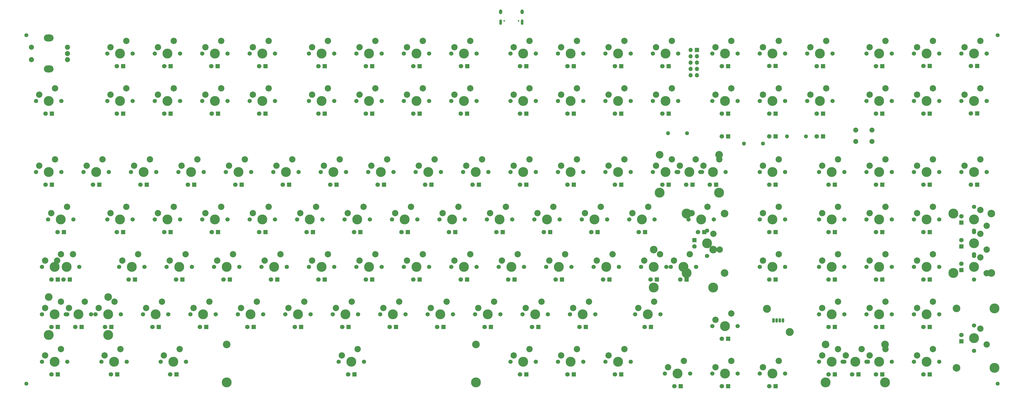
<source format=gbr>
G04 #@! TF.GenerationSoftware,KiCad,Pcbnew,(5.99.0-2555-g9cc6a77cc-dirty)*
G04 #@! TF.CreationDate,2020-08-06T21:59:34-04:00*
G04 #@! TF.ProjectId,Boston-keyboard-S,426f7374-6f6e-42d6-9b65-79626f617264,rev?*
G04 #@! TF.SameCoordinates,Original*
G04 #@! TF.FileFunction,Soldermask,Top*
G04 #@! TF.FilePolarity,Negative*
%FSLAX46Y46*%
G04 Gerber Fmt 4.6, Leading zero omitted, Abs format (unit mm)*
G04 Created by KiCad (PCBNEW (5.99.0-2555-g9cc6a77cc-dirty)) date 2020-08-06 21:59:34*
%MOMM*%
%LPD*%
G01*
G04 APERTURE LIST*
%ADD10O,1.070000X1.800000*%
%ADD11R,1.070000X1.800000*%
%ADD12C,1.596000*%
%ADD13C,1.800000*%
%ADD14R,1.800000X1.800000*%
%ADD15C,2.540000*%
%ADD16C,1.701800*%
%ADD17C,3.987800*%
%ADD18O,1.100000X2.200000*%
%ADD19O,1.300000X1.900000*%
%ADD20C,0.650000*%
%ADD21C,3.200000*%
%ADD22O,1.700000X1.700000*%
%ADD23R,1.700000X1.700000*%
%ADD24O,3.900000X2.799999*%
%ADD25C,2.032000*%
%ADD26C,3.048000*%
%ADD27C,2.000000*%
%ADD28C,1.600000*%
%ADD29O,1.600000X1.600000*%
G04 APERTURE END LIST*
D10*
X294799000Y-59600000D03*
X293529000Y-59600000D03*
X292259000Y-59600000D03*
D11*
X290989000Y-59600000D03*
D12*
X381000000Y-85000000D03*
X381000000Y55000000D03*
X-9000000Y-85000000D03*
X-9000000Y55000000D03*
D13*
X255905000Y-5080000D03*
D14*
X258445000Y-5080000D03*
D13*
X246375000Y-5062500D03*
D14*
X248915000Y-5062500D03*
D13*
X265430000Y-5080000D03*
D14*
X267970000Y-5080000D03*
D15*
X224790000Y2540000D03*
X231140000Y5080000D03*
D16*
X233680000Y0D03*
X223520000Y0D03*
D17*
X228600000Y0D03*
D15*
X243840000Y2540000D03*
X250190000Y5080000D03*
D16*
X252730000Y0D03*
X242570000Y0D03*
D17*
X247650000Y0D03*
D15*
X262890000Y2540000D03*
X269240000Y5080000D03*
D16*
X271780000Y0D03*
X261620000Y0D03*
D17*
X266700000Y0D03*
D18*
X190037000Y60200000D03*
D19*
X190037000Y64400000D03*
D20*
X188627000Y60751000D03*
X182847000Y60751000D03*
D19*
X181437000Y64400000D03*
D18*
X181437000Y60200000D03*
D21*
X297464000Y-64288000D03*
X288324000Y-54913000D03*
D22*
X257710000Y38840000D03*
X260250000Y38840000D03*
X257710000Y41380000D03*
X260250000Y41380000D03*
X257710000Y43920000D03*
X260250000Y43920000D03*
X257710000Y46460000D03*
X260250000Y46460000D03*
X257710000Y49000000D03*
D23*
X260250000Y49000000D03*
D24*
X0Y53875000D03*
X0Y41375000D03*
D25*
X-7000000Y50125000D03*
X-7000000Y45125000D03*
X7500000Y47625000D03*
X7500000Y45125000D03*
X7500000Y50125000D03*
D15*
X67627500Y-35560000D03*
X73977500Y-33020000D03*
D16*
X76517500Y-38100000D03*
X66357500Y-38100000D03*
D17*
X71437500Y-38100000D03*
X38100000Y0D03*
D16*
X33020000Y0D03*
X43180000Y0D03*
D15*
X40640000Y5080000D03*
X34290000Y2540000D03*
X-3810000Y31115000D03*
X2540000Y33655000D03*
D16*
X5080000Y28575000D03*
X-5080000Y28575000D03*
D17*
X0Y28575000D03*
X0Y0D03*
D16*
X-5080000Y0D03*
X5080000Y0D03*
D15*
X2540000Y5080000D03*
X-3810000Y2540000D03*
D17*
X4762500Y-19050000D03*
D15*
X952500Y-16510000D03*
X7302500Y-13970000D03*
D16*
X-317500Y-19050000D03*
X9842500Y-19050000D03*
D17*
X2381250Y-57150000D03*
D15*
X-1428750Y-54610000D03*
X4921250Y-52070000D03*
D16*
X-2698750Y-57150000D03*
X7461250Y-57150000D03*
X7461250Y-76200000D03*
X-2698750Y-76200000D03*
D15*
X4921250Y-71120000D03*
X-1428750Y-73660000D03*
D17*
X2381250Y-76200000D03*
X23844250Y-65405000D03*
X-31750Y-65405000D03*
D26*
X-31750Y-50165000D03*
X23844250Y-50165000D03*
D16*
X16986250Y-57150000D03*
X6826250Y-57150000D03*
D15*
X14446250Y-52070000D03*
X8096250Y-54610000D03*
D17*
X11906250Y-57150000D03*
X28575000Y28575000D03*
D16*
X23495000Y28575000D03*
X33655000Y28575000D03*
D15*
X31115000Y33655000D03*
X24765000Y31115000D03*
D17*
X19050000Y0D03*
D16*
X13970000Y0D03*
X24130000Y0D03*
D15*
X21590000Y5080000D03*
X15240000Y2540000D03*
D17*
X28575000Y-19050000D03*
D16*
X23495000Y-19050000D03*
X33655000Y-19050000D03*
D15*
X31115000Y-13970000D03*
X24765000Y-16510000D03*
X29527500Y-35560000D03*
X35877500Y-33020000D03*
D16*
X38417500Y-38100000D03*
X28257500Y-38100000D03*
D17*
X33337500Y-38100000D03*
X23812500Y-57150000D03*
D16*
X18732500Y-57150000D03*
X28892500Y-57150000D03*
D15*
X26352500Y-52070000D03*
X20002500Y-54610000D03*
D17*
X26193750Y-76200000D03*
D15*
X22383750Y-73660000D03*
X28733750Y-71120000D03*
D16*
X21113750Y-76200000D03*
X31273750Y-76200000D03*
D17*
X47625000Y28575000D03*
D16*
X42545000Y28575000D03*
X52705000Y28575000D03*
D15*
X50165000Y33655000D03*
X43815000Y31115000D03*
D17*
X47625000Y-19050000D03*
D16*
X42545000Y-19050000D03*
X52705000Y-19050000D03*
D15*
X50165000Y-13970000D03*
X43815000Y-16510000D03*
X48577500Y-35560000D03*
X54927500Y-33020000D03*
D16*
X57467500Y-38100000D03*
X47307500Y-38100000D03*
D17*
X52387500Y-38100000D03*
D15*
X39052500Y-54610000D03*
X45402500Y-52070000D03*
D16*
X47942500Y-57150000D03*
X37782500Y-57150000D03*
D17*
X42862500Y-57150000D03*
D16*
X55086250Y-76200000D03*
X44926250Y-76200000D03*
D15*
X52546250Y-71120000D03*
X46196250Y-73660000D03*
D17*
X50006250Y-76200000D03*
D15*
X62865000Y31115000D03*
X69215000Y33655000D03*
D16*
X71755000Y28575000D03*
X61595000Y28575000D03*
D17*
X66675000Y28575000D03*
D15*
X53340000Y2540000D03*
X59690000Y5080000D03*
D16*
X62230000Y0D03*
X52070000Y0D03*
D17*
X57150000Y0D03*
D15*
X62865000Y-16510000D03*
X69215000Y-13970000D03*
D16*
X71755000Y-19050000D03*
X61595000Y-19050000D03*
D17*
X66675000Y-19050000D03*
D15*
X58102500Y-54610000D03*
X64452500Y-52070000D03*
D16*
X66992500Y-57150000D03*
X56832500Y-57150000D03*
D17*
X61912500Y-57150000D03*
D15*
X81915000Y31115000D03*
X88265000Y33655000D03*
D16*
X90805000Y28575000D03*
X80645000Y28575000D03*
D17*
X85725000Y28575000D03*
D15*
X72390000Y2540000D03*
X78740000Y5080000D03*
D16*
X81280000Y0D03*
X71120000Y0D03*
D17*
X76200000Y0D03*
D15*
X81915000Y-16510000D03*
X88265000Y-13970000D03*
D16*
X90805000Y-19050000D03*
X80645000Y-19050000D03*
D17*
X85725000Y-19050000D03*
D15*
X86677500Y-35560000D03*
X93027500Y-33020000D03*
D16*
X95567500Y-38100000D03*
X85407500Y-38100000D03*
D17*
X90487500Y-38100000D03*
D15*
X77152500Y-54610000D03*
X83502500Y-52070000D03*
D16*
X86042500Y-57150000D03*
X75882500Y-57150000D03*
D17*
X80962500Y-57150000D03*
D15*
X105727500Y31115000D03*
X112077500Y33655000D03*
D16*
X114617500Y28575000D03*
X104457500Y28575000D03*
D17*
X109537500Y28575000D03*
D15*
X91440000Y2540000D03*
X97790000Y5080000D03*
D16*
X100330000Y0D03*
X90170000Y0D03*
D17*
X95250000Y0D03*
X104775000Y-19050000D03*
D16*
X99695000Y-19050000D03*
X109855000Y-19050000D03*
D15*
X107315000Y-13970000D03*
X100965000Y-16510000D03*
X105727500Y-35560000D03*
X112077500Y-33020000D03*
D16*
X114617500Y-38100000D03*
X104457500Y-38100000D03*
D17*
X109537500Y-38100000D03*
X100012500Y-57150000D03*
D16*
X94932500Y-57150000D03*
X105092500Y-57150000D03*
D15*
X102552500Y-52070000D03*
X96202500Y-54610000D03*
D17*
X121443750Y-76200000D03*
D15*
X117633750Y-73660000D03*
X123983750Y-71120000D03*
D16*
X116363750Y-76200000D03*
X126523750Y-76200000D03*
D26*
X71405750Y-69215000D03*
X171481750Y-69215000D03*
D17*
X171481750Y-84455000D03*
X71405750Y-84455000D03*
X128587500Y28575000D03*
D16*
X123507500Y28575000D03*
X133667500Y28575000D03*
D15*
X131127500Y33655000D03*
X124777500Y31115000D03*
D17*
X114300000Y0D03*
D16*
X109220000Y0D03*
X119380000Y0D03*
D15*
X116840000Y5080000D03*
X110490000Y2540000D03*
D17*
X123825000Y-19050000D03*
D16*
X118745000Y-19050000D03*
X128905000Y-19050000D03*
D15*
X126365000Y-13970000D03*
X120015000Y-16510000D03*
D17*
X128587500Y-38100000D03*
D16*
X123507500Y-38100000D03*
X133667500Y-38100000D03*
D15*
X131127500Y-33020000D03*
X124777500Y-35560000D03*
D17*
X119062500Y-57150000D03*
D16*
X113982500Y-57150000D03*
X124142500Y-57150000D03*
D15*
X121602500Y-52070000D03*
X115252500Y-54610000D03*
X143827500Y31115000D03*
X150177500Y33655000D03*
D16*
X152717500Y28575000D03*
X142557500Y28575000D03*
D17*
X147637500Y28575000D03*
D15*
X129540000Y2540000D03*
X135890000Y5080000D03*
D16*
X138430000Y0D03*
X128270000Y0D03*
D17*
X133350000Y0D03*
D15*
X139065000Y-16510000D03*
X145415000Y-13970000D03*
D16*
X147955000Y-19050000D03*
X137795000Y-19050000D03*
D17*
X142875000Y-19050000D03*
X147637500Y-38100000D03*
D16*
X142557500Y-38100000D03*
X152717500Y-38100000D03*
D15*
X150177500Y-33020000D03*
X143827500Y-35560000D03*
X134302500Y-54610000D03*
X140652500Y-52070000D03*
D16*
X143192500Y-57150000D03*
X133032500Y-57150000D03*
D17*
X138112500Y-57150000D03*
X166687500Y28575000D03*
D16*
X161607500Y28575000D03*
X171767500Y28575000D03*
D15*
X169227500Y33655000D03*
X162877500Y31115000D03*
D17*
X152400000Y0D03*
D16*
X147320000Y0D03*
X157480000Y0D03*
D15*
X154940000Y5080000D03*
X148590000Y2540000D03*
D17*
X161925000Y-19050000D03*
D16*
X156845000Y-19050000D03*
X167005000Y-19050000D03*
D15*
X164465000Y-13970000D03*
X158115000Y-16510000D03*
D17*
X166687500Y-38100000D03*
D16*
X161607500Y-38100000D03*
X171767500Y-38100000D03*
D15*
X169227500Y-33020000D03*
X162877500Y-35560000D03*
D17*
X157162500Y-57150000D03*
D16*
X152082500Y-57150000D03*
X162242500Y-57150000D03*
D15*
X159702500Y-52070000D03*
X153352500Y-54610000D03*
D17*
X190500000Y28575000D03*
D16*
X185420000Y28575000D03*
X195580000Y28575000D03*
D15*
X193040000Y33655000D03*
X186690000Y31115000D03*
X167640000Y2540000D03*
X173990000Y5080000D03*
D16*
X176530000Y0D03*
X166370000Y0D03*
D17*
X171450000Y0D03*
D15*
X177165000Y-16510000D03*
X183515000Y-13970000D03*
D16*
X186055000Y-19050000D03*
X175895000Y-19050000D03*
D17*
X180975000Y-19050000D03*
D15*
X181927500Y-35560000D03*
X188277500Y-33020000D03*
D16*
X190817500Y-38100000D03*
X180657500Y-38100000D03*
D17*
X185737500Y-38100000D03*
D15*
X172402500Y-54610000D03*
X178752500Y-52070000D03*
D16*
X181292500Y-57150000D03*
X171132500Y-57150000D03*
D17*
X176212500Y-57150000D03*
D15*
X186690000Y-73660000D03*
X193040000Y-71120000D03*
D16*
X195580000Y-76200000D03*
X185420000Y-76200000D03*
D17*
X190500000Y-76200000D03*
X209550000Y28575000D03*
D16*
X204470000Y28575000D03*
X214630000Y28575000D03*
D15*
X212090000Y33655000D03*
X205740000Y31115000D03*
X186690000Y2540000D03*
X193040000Y5080000D03*
D16*
X195580000Y0D03*
X185420000Y0D03*
D17*
X190500000Y0D03*
X200025000Y-19050000D03*
D16*
X194945000Y-19050000D03*
X205105000Y-19050000D03*
D15*
X202565000Y-13970000D03*
X196215000Y-16510000D03*
X200977500Y-35560000D03*
X207327500Y-33020000D03*
D16*
X209867500Y-38100000D03*
X199707500Y-38100000D03*
D17*
X204787500Y-38100000D03*
D15*
X191452500Y-54610000D03*
X197802500Y-52070000D03*
D16*
X200342500Y-57150000D03*
X190182500Y-57150000D03*
D17*
X195262500Y-57150000D03*
D15*
X205740000Y-73660000D03*
X212090000Y-71120000D03*
D16*
X214630000Y-76200000D03*
X204470000Y-76200000D03*
D17*
X209550000Y-76200000D03*
X228600000Y28575000D03*
D16*
X223520000Y28575000D03*
X233680000Y28575000D03*
D15*
X231140000Y33655000D03*
X224790000Y31115000D03*
D17*
X209550000Y0D03*
D16*
X204470000Y0D03*
X214630000Y0D03*
D15*
X212090000Y5080000D03*
X205740000Y2540000D03*
D17*
X219075000Y-19050000D03*
D16*
X213995000Y-19050000D03*
X224155000Y-19050000D03*
D15*
X221615000Y-13970000D03*
X215265000Y-16510000D03*
D17*
X223837500Y-38100000D03*
D16*
X218757500Y-38100000D03*
X228917500Y-38100000D03*
D15*
X226377500Y-33020000D03*
X220027500Y-35560000D03*
X210502500Y-54610000D03*
X216852500Y-52070000D03*
D16*
X219392500Y-57150000D03*
X209232500Y-57150000D03*
D17*
X214312500Y-57150000D03*
D15*
X224790000Y-73660000D03*
X231140000Y-71120000D03*
D16*
X233680000Y-76200000D03*
X223520000Y-76200000D03*
D17*
X228600000Y-76200000D03*
D15*
X243840000Y31115000D03*
X250190000Y33655000D03*
D16*
X252730000Y28575000D03*
X242570000Y28575000D03*
D17*
X247650000Y28575000D03*
X238125000Y-19050000D03*
D16*
X233045000Y-19050000D03*
X243205000Y-19050000D03*
D15*
X240665000Y-13970000D03*
X234315000Y-16510000D03*
D17*
X254793964Y-38100000D03*
D15*
X250983964Y-35560000D03*
X257333964Y-33020000D03*
D16*
X249713964Y-38100000D03*
X259873964Y-38100000D03*
D26*
X266731964Y-31115000D03*
X242855964Y-31115000D03*
D17*
X242855964Y-46355000D03*
X266731964Y-46355000D03*
X240506250Y-57150000D03*
D15*
X236696250Y-54610000D03*
X243046250Y-52070000D03*
D16*
X235426250Y-57150000D03*
X245586250Y-57150000D03*
D17*
X242887500Y-38100000D03*
D16*
X237807500Y-38100000D03*
X247967500Y-38100000D03*
D15*
X245427500Y-33020000D03*
X239077500Y-35560000D03*
X248602500Y-78422500D03*
X254952500Y-75882500D03*
D16*
X257492500Y-80962500D03*
X247332500Y-80962500D03*
D17*
X252412500Y-80962500D03*
X269113000Y-8255000D03*
X245237000Y-8255000D03*
D26*
X245237000Y6985000D03*
X269113000Y6985000D03*
D16*
X262255000Y0D03*
X252095000Y0D03*
D15*
X259715000Y5080000D03*
X253365000Y2540000D03*
D17*
X257175000Y0D03*
D16*
X267017500Y-19050000D03*
X256857500Y-19050000D03*
D15*
X264477500Y-13970000D03*
X258127500Y-16510000D03*
D17*
X261937500Y-19050000D03*
X271462500Y-61912500D03*
D16*
X266382500Y-61912500D03*
X276542500Y-61912500D03*
D15*
X274002500Y-56832500D03*
X267652500Y-59372500D03*
X267652500Y-78422500D03*
X274002500Y-75882500D03*
D16*
X276542500Y-80962500D03*
X266382500Y-80962500D03*
D17*
X271462500Y-80962500D03*
X271462500Y47625000D03*
D16*
X266382500Y47625000D03*
X276542500Y47625000D03*
D15*
X274002500Y52705000D03*
X267652500Y50165000D03*
D17*
X271462500Y28575000D03*
D16*
X266382500Y28575000D03*
X276542500Y28575000D03*
D15*
X274002500Y33655000D03*
X267652500Y31115000D03*
D17*
X290512500Y-80962500D03*
D16*
X285432500Y-80962500D03*
X295592500Y-80962500D03*
D15*
X293052500Y-75882500D03*
X286702500Y-78422500D03*
D17*
X290512500Y47625000D03*
D16*
X285432500Y47625000D03*
X295592500Y47625000D03*
D15*
X293052500Y52705000D03*
X286702500Y50165000D03*
D17*
X290512500Y28575000D03*
D16*
X285432500Y28575000D03*
X295592500Y28575000D03*
D15*
X293052500Y33655000D03*
X286702500Y31115000D03*
X286702500Y2540000D03*
X293052500Y5080000D03*
D16*
X295592500Y0D03*
X285432500Y0D03*
D17*
X290512500Y0D03*
D15*
X286702500Y-16510000D03*
X293052500Y-13970000D03*
D16*
X295592500Y-19050000D03*
X285432500Y-19050000D03*
D17*
X290512500Y-19050000D03*
D15*
X286702500Y-35560000D03*
X293052500Y-33020000D03*
D16*
X295592500Y-38100000D03*
X285432500Y-38100000D03*
D17*
X290512500Y-38100000D03*
X309562500Y47625000D03*
D16*
X304482500Y47625000D03*
X314642500Y47625000D03*
D15*
X312102500Y52705000D03*
X305752500Y50165000D03*
X305752500Y31115000D03*
X312102500Y33655000D03*
D16*
X314642500Y28575000D03*
X304482500Y28575000D03*
D17*
X309562500Y28575000D03*
X314325000Y0D03*
D16*
X309245000Y0D03*
X319405000Y0D03*
D15*
X316865000Y5080000D03*
X310515000Y2540000D03*
D17*
X314325000Y-19050000D03*
D16*
X309245000Y-19050000D03*
X319405000Y-19050000D03*
D15*
X316865000Y-13970000D03*
X310515000Y-16510000D03*
D17*
X314325000Y-38100000D03*
D16*
X309245000Y-38100000D03*
X319405000Y-38100000D03*
D15*
X316865000Y-33020000D03*
X310515000Y-35560000D03*
D17*
X314325000Y-57150000D03*
D16*
X309245000Y-57150000D03*
X319405000Y-57150000D03*
D15*
X316865000Y-52070000D03*
X310515000Y-54610000D03*
D17*
X323850000Y-76200000D03*
D15*
X320040000Y-73660000D03*
X326390000Y-71120000D03*
D16*
X318770000Y-76200000D03*
X328930000Y-76200000D03*
D26*
X335788000Y-69215000D03*
X311912000Y-69215000D03*
D17*
X311912000Y-84455000D03*
X335788000Y-84455000D03*
D15*
X310515000Y-73660000D03*
X316865000Y-71120000D03*
D16*
X319405000Y-76200000D03*
X309245000Y-76200000D03*
D17*
X314325000Y-76200000D03*
X333375000Y47625000D03*
D16*
X328295000Y47625000D03*
X338455000Y47625000D03*
D15*
X335915000Y52705000D03*
X329565000Y50165000D03*
D17*
X333375000Y28575000D03*
D16*
X328295000Y28575000D03*
X338455000Y28575000D03*
D15*
X335915000Y33655000D03*
X329565000Y31115000D03*
D17*
X333375000Y0D03*
D16*
X328295000Y0D03*
X338455000Y0D03*
D15*
X335915000Y5080000D03*
X329565000Y2540000D03*
X329565000Y-16510000D03*
X335915000Y-13970000D03*
D16*
X338455000Y-19050000D03*
X328295000Y-19050000D03*
D17*
X333375000Y-19050000D03*
D15*
X329565000Y-35560000D03*
X335915000Y-33020000D03*
D16*
X338455000Y-38100000D03*
X328295000Y-38100000D03*
D17*
X333375000Y-38100000D03*
D15*
X329565000Y-54610000D03*
X335915000Y-52070000D03*
D16*
X338455000Y-57150000D03*
X328295000Y-57150000D03*
D17*
X333375000Y-57150000D03*
D15*
X329565000Y-73660000D03*
X335915000Y-71120000D03*
D16*
X338455000Y-76200000D03*
X328295000Y-76200000D03*
D17*
X333375000Y-76200000D03*
D15*
X348615000Y50165000D03*
X354965000Y52705000D03*
D16*
X357505000Y47625000D03*
X347345000Y47625000D03*
D17*
X352425000Y47625000D03*
D15*
X348615000Y31115000D03*
X354965000Y33655000D03*
D16*
X357505000Y28575000D03*
X347345000Y28575000D03*
D17*
X352425000Y28575000D03*
D15*
X348615000Y2540000D03*
X354965000Y5080000D03*
D16*
X357505000Y0D03*
X347345000Y0D03*
D17*
X352425000Y0D03*
D15*
X348615000Y-16510000D03*
X354965000Y-13970000D03*
D16*
X357505000Y-19050000D03*
X347345000Y-19050000D03*
D17*
X352425000Y-19050000D03*
X352425000Y-38100000D03*
D16*
X347345000Y-38100000D03*
X357505000Y-38100000D03*
D15*
X354965000Y-33020000D03*
X348615000Y-35560000D03*
D17*
X352425000Y-57150000D03*
D16*
X347345000Y-57150000D03*
X357505000Y-57150000D03*
D15*
X354965000Y-52070000D03*
X348615000Y-54610000D03*
D17*
X352425000Y-76200000D03*
D16*
X347345000Y-76200000D03*
X357505000Y-76200000D03*
D15*
X354965000Y-71120000D03*
X348615000Y-73660000D03*
D17*
X371475000Y47625000D03*
D16*
X366395000Y47625000D03*
X376555000Y47625000D03*
D15*
X374015000Y52705000D03*
X367665000Y50165000D03*
D17*
X371475000Y28575000D03*
D16*
X366395000Y28575000D03*
X376555000Y28575000D03*
D15*
X374015000Y33655000D03*
X367665000Y31115000D03*
X367665000Y2540000D03*
X374015000Y5080000D03*
D16*
X376555000Y0D03*
X366395000Y0D03*
D17*
X371475000Y0D03*
D27*
X330500000Y12330000D03*
X330500000Y16830000D03*
X324000000Y12330000D03*
X324000000Y16830000D03*
D17*
X264318750Y-28575000D03*
D16*
X264318750Y-33655000D03*
X264318750Y-23495000D03*
D26*
X271303750Y-40513000D03*
X271303750Y-16637000D03*
D17*
X256063750Y-16637000D03*
X256063750Y-40513000D03*
D15*
X269398750Y-31115000D03*
X266858750Y-24765000D03*
D14*
X272732500Y14287500D03*
D13*
X270192500Y14287500D03*
X289242500Y14287500D03*
D14*
X291782500Y14287500D03*
X310832500Y14287500D03*
D13*
X308292500Y14287500D03*
D17*
X209550000Y47625000D03*
D16*
X204470000Y47625000D03*
X214630000Y47625000D03*
D15*
X212090000Y52705000D03*
X205740000Y50165000D03*
X224790000Y50165000D03*
X231140000Y52705000D03*
D16*
X233680000Y47625000D03*
X223520000Y47625000D03*
D17*
X228600000Y47625000D03*
X247650000Y47625000D03*
D16*
X242570000Y47625000D03*
X252730000Y47625000D03*
D15*
X250190000Y52705000D03*
X243840000Y50165000D03*
X374015000Y-15240000D03*
X376555000Y-21590000D03*
D16*
X371475000Y-24130000D03*
X371475000Y-13970000D03*
D17*
X371475000Y-19050000D03*
X371475000Y-38100000D03*
D16*
X371475000Y-33020000D03*
X371475000Y-43180000D03*
D15*
X376555000Y-40640000D03*
X374015000Y-34290000D03*
D17*
X2381250Y-38100000D03*
D15*
X-1428750Y-35560000D03*
X4921250Y-33020000D03*
D16*
X-2698750Y-38100000D03*
X7461250Y-38100000D03*
D17*
X7143750Y-38100000D03*
D15*
X3333750Y-35560000D03*
X9683750Y-33020000D03*
D16*
X2063750Y-38100000D03*
X12223750Y-38100000D03*
D15*
X24765000Y50165000D03*
X31115000Y52705000D03*
D16*
X33655000Y47625000D03*
X23495000Y47625000D03*
D17*
X28575000Y47625000D03*
X47625000Y47625000D03*
D16*
X42545000Y47625000D03*
X52705000Y47625000D03*
D15*
X50165000Y52705000D03*
X43815000Y50165000D03*
D17*
X66675000Y47625000D03*
D16*
X61595000Y47625000D03*
X71755000Y47625000D03*
D15*
X69215000Y52705000D03*
X62865000Y50165000D03*
X81915000Y50165000D03*
X88265000Y52705000D03*
D16*
X90805000Y47625000D03*
X80645000Y47625000D03*
D17*
X85725000Y47625000D03*
X109537590Y47625000D03*
D16*
X104457590Y47625000D03*
X114617590Y47625000D03*
D15*
X112077590Y52705000D03*
X105727590Y50165000D03*
X124777606Y50165000D03*
X131127606Y52705000D03*
D16*
X133667606Y47625000D03*
X123507606Y47625000D03*
D17*
X128587606Y47625000D03*
X147637500Y47625000D03*
D16*
X142557500Y47625000D03*
X152717500Y47625000D03*
D15*
X150177500Y52705000D03*
X143827500Y50165000D03*
X162877500Y50165000D03*
X169227500Y52705000D03*
D16*
X171767500Y47625000D03*
X161607500Y47625000D03*
D17*
X166687500Y47625000D03*
X190500160Y47625000D03*
D16*
X185420160Y47625000D03*
X195580160Y47625000D03*
D15*
X193040160Y52705000D03*
X186690160Y50165000D03*
D14*
X1270000Y23469600D03*
D13*
X-1270000Y23469600D03*
D14*
X1270000Y-5080000D03*
D13*
X-1270000Y-5080000D03*
X3492500Y-24130000D03*
D14*
X6032500Y-24130000D03*
D13*
X1111250Y-43180000D03*
D14*
X3651250Y-43180000D03*
D13*
X1111250Y-62230000D03*
D14*
X3651250Y-62230000D03*
D13*
X1111250Y-81280000D03*
D14*
X3651250Y-81280000D03*
D13*
X27305000Y42545000D03*
D14*
X29845000Y42545000D03*
X29845000Y23495000D03*
D13*
X27305000Y23495000D03*
X17780000Y-5080000D03*
D14*
X20320000Y-5080000D03*
X29845000Y-24130000D03*
D13*
X27305000Y-24130000D03*
X32067500Y-43180000D03*
D14*
X34607500Y-43180000D03*
D13*
X22542500Y-62230000D03*
D14*
X25082500Y-62230000D03*
X27463750Y-81280000D03*
D13*
X24923750Y-81280000D03*
X46355000Y42545000D03*
D14*
X48895000Y42545000D03*
D13*
X46355000Y23495000D03*
D14*
X48895000Y23495000D03*
X39370000Y-5080000D03*
D13*
X36830000Y-5080000D03*
D14*
X48895000Y-24130000D03*
D13*
X46355000Y-24130000D03*
X51117500Y-43180000D03*
D14*
X53657500Y-43180000D03*
D13*
X41592500Y-62230000D03*
D14*
X44132500Y-62230000D03*
X51276250Y-81280000D03*
D13*
X48736250Y-81280000D03*
X65278000Y42545000D03*
D14*
X67818000Y42545000D03*
D13*
X65405000Y23495000D03*
D14*
X67945000Y23495000D03*
D13*
X55880000Y-5080000D03*
D14*
X58420000Y-5080000D03*
X67945000Y-24130000D03*
D13*
X65405000Y-24130000D03*
X70167500Y-43180000D03*
D14*
X72707500Y-43180000D03*
X63182500Y-62230000D03*
D13*
X60642500Y-62230000D03*
D14*
X86995000Y42545000D03*
D13*
X84455000Y42545000D03*
D14*
X86995000Y23495000D03*
D13*
X84455000Y23495000D03*
D14*
X77470000Y-5080000D03*
D13*
X74930000Y-5080000D03*
X84455000Y-24130000D03*
D14*
X86995000Y-24130000D03*
D13*
X89217500Y-43180000D03*
D14*
X91757500Y-43180000D03*
X82232500Y-62230000D03*
D13*
X79692500Y-62230000D03*
X108267500Y42545000D03*
D14*
X110807500Y42545000D03*
D13*
X108267500Y23495000D03*
D14*
X110807500Y23495000D03*
D13*
X93980000Y-5080000D03*
D14*
X96520000Y-5080000D03*
X106045000Y-24130000D03*
D13*
X103505000Y-24130000D03*
D14*
X110807500Y-43180000D03*
D13*
X108267500Y-43180000D03*
D14*
X101282500Y-62230000D03*
D13*
X98742500Y-62230000D03*
D14*
X122713750Y-81280000D03*
D13*
X120173750Y-81280000D03*
X127317500Y42545000D03*
D14*
X129857500Y42545000D03*
X129857500Y23495000D03*
D13*
X127317500Y23495000D03*
D14*
X115570000Y-5080000D03*
D13*
X113030000Y-5080000D03*
X122555000Y-24130000D03*
D14*
X125095000Y-24130000D03*
X129857500Y-43180000D03*
D13*
X127317500Y-43180000D03*
X117792500Y-62230000D03*
D14*
X120332500Y-62230000D03*
X148907500Y42545000D03*
D13*
X146367500Y42545000D03*
D14*
X148907500Y23495000D03*
D13*
X146367500Y23495000D03*
D14*
X134620000Y-5080000D03*
D13*
X132080000Y-5080000D03*
X141605000Y-24130000D03*
D14*
X144145000Y-24130000D03*
D13*
X146367500Y-43180000D03*
D14*
X148907500Y-43180000D03*
X139382500Y-62230000D03*
D13*
X136842500Y-62230000D03*
X165455600Y42545000D03*
D14*
X167995600Y42545000D03*
D13*
X165417500Y23495000D03*
D14*
X167957500Y23495000D03*
D13*
X151130000Y-5080000D03*
D14*
X153670000Y-5080000D03*
D13*
X160655000Y-24130000D03*
D14*
X163195000Y-24130000D03*
X167957500Y-43180000D03*
D13*
X165417500Y-43180000D03*
X155892500Y-62230000D03*
D14*
X158432500Y-62230000D03*
D13*
X189230000Y42545000D03*
D14*
X191770000Y42545000D03*
X191770000Y23495000D03*
D13*
X189230000Y23495000D03*
D14*
X172720000Y-5080000D03*
D13*
X170180000Y-5080000D03*
D14*
X182245000Y-24130000D03*
D13*
X179705000Y-24130000D03*
D14*
X187007500Y-43180000D03*
D13*
X184467500Y-43180000D03*
D14*
X177482500Y-62230000D03*
D13*
X174942500Y-62230000D03*
X189230000Y-81280000D03*
D14*
X191770000Y-81280000D03*
D13*
X208280000Y42545000D03*
D14*
X210820000Y42545000D03*
X210820000Y23495000D03*
D13*
X208280000Y23495000D03*
D14*
X191770000Y-5080000D03*
D13*
X189230000Y-5080000D03*
D14*
X201295000Y-24130000D03*
D13*
X198755000Y-24130000D03*
X203517500Y-43180000D03*
D14*
X206057500Y-43180000D03*
X196532500Y-62230000D03*
D13*
X193992500Y-62230000D03*
D14*
X210820000Y-81280000D03*
D13*
X208280000Y-81280000D03*
X227330000Y42545000D03*
D14*
X229870000Y42545000D03*
D13*
X227330000Y23495000D03*
D14*
X229870000Y23495000D03*
X210820000Y-5080000D03*
D13*
X208280000Y-5080000D03*
X217805000Y-24130000D03*
D14*
X220345000Y-24130000D03*
D13*
X222567500Y-43180000D03*
D14*
X225107500Y-43180000D03*
X215582500Y-62230000D03*
D13*
X213042500Y-62230000D03*
X227330000Y-81280000D03*
D14*
X229870000Y-81280000D03*
D13*
X246380000Y42545000D03*
D14*
X248920000Y42545000D03*
X248920000Y23500000D03*
D13*
X246380000Y23500000D03*
D14*
X229870000Y-5080000D03*
D13*
X227330000Y-5080000D03*
X236855000Y-24130000D03*
D14*
X239395000Y-24130000D03*
D13*
X241617500Y-43180000D03*
D14*
X244157500Y-43180000D03*
D13*
X239236250Y-62230000D03*
D14*
X241776250Y-62230000D03*
D13*
X251142500Y-86042500D03*
D14*
X253682500Y-86042500D03*
D13*
X270205200Y42545000D03*
D14*
X272745200Y42545000D03*
X272732500Y23500000D03*
D13*
X270192500Y23500000D03*
D14*
X263207500Y-24130000D03*
D13*
X260667500Y-24130000D03*
X253523750Y-43180000D03*
D14*
X256063750Y-43180000D03*
D13*
X270192500Y-66992500D03*
D14*
X272732500Y-66992500D03*
D13*
X270192500Y-86042500D03*
D14*
X272732500Y-86042500D03*
D13*
X289242500Y42570400D03*
D14*
X291782500Y42570400D03*
X291800000Y23500000D03*
D13*
X289260000Y23500000D03*
D14*
X291782500Y-5080000D03*
D13*
X289242500Y-5080000D03*
X289242500Y-24130000D03*
D14*
X291782500Y-24130000D03*
D13*
X289242500Y-43180000D03*
D14*
X291782500Y-43180000D03*
X291782500Y-86042500D03*
D13*
X289242500Y-86042500D03*
X308292500Y42519600D03*
D14*
X310832500Y42519600D03*
X310832500Y23500000D03*
D13*
X308292500Y23500000D03*
X313055000Y-5080000D03*
D14*
X315595000Y-5080000D03*
D13*
X313055000Y-24130000D03*
D14*
X315595000Y-24130000D03*
X315595000Y-43180000D03*
D13*
X313055000Y-43180000D03*
D14*
X315595000Y-62230000D03*
D13*
X313055000Y-62230000D03*
D14*
X325120000Y-81280000D03*
D13*
X322580000Y-81280000D03*
X332105000Y42519600D03*
D14*
X334645000Y42519600D03*
X334645000Y23469600D03*
D13*
X332105000Y23469600D03*
D14*
X334645000Y-5080000D03*
D13*
X332105000Y-5080000D03*
X332105000Y-24130000D03*
D14*
X334645000Y-24130000D03*
X334645000Y-43180000D03*
D13*
X332105000Y-43180000D03*
D14*
X334645000Y-62230000D03*
D13*
X332105000Y-62230000D03*
X332105000Y-81280000D03*
D14*
X334645000Y-81280000D03*
D13*
X351155000Y42570400D03*
D14*
X353695000Y42570400D03*
D13*
X351155000Y23469600D03*
D14*
X353695000Y23469600D03*
X353695000Y-5080000D03*
D13*
X351155000Y-5080000D03*
X351155000Y-24130000D03*
D14*
X353695000Y-24130000D03*
X353695000Y-43180000D03*
D13*
X351155000Y-43180000D03*
X351155000Y-62230000D03*
D14*
X353695000Y-62230000D03*
X353695000Y-81280000D03*
D13*
X351155000Y-81280000D03*
D14*
X372745000Y42570400D03*
D13*
X370205000Y42570400D03*
X370205000Y23520400D03*
D14*
X372745000Y23520400D03*
X372745000Y-5080000D03*
D13*
X370205000Y-5080000D03*
D14*
X366395000Y-39370000D03*
D13*
X366395000Y-36830000D03*
X366395000Y-27305000D03*
D14*
X366395000Y-29845000D03*
X366395000Y-67945000D03*
D13*
X366395000Y-65405000D03*
D14*
X8413750Y-43180000D03*
D13*
X5873750Y-43180000D03*
D14*
X315595000Y-81280000D03*
D13*
X313055000Y-81280000D03*
D14*
X366395000Y-20320000D03*
D13*
X366395000Y-17780000D03*
X10636250Y-62230000D03*
D14*
X13176250Y-62230000D03*
D13*
X259238750Y-29845000D03*
D14*
X259238750Y-27305000D03*
D17*
X371475000Y-28575000D03*
D15*
X374015000Y-24765000D03*
X376555000Y-31115000D03*
D16*
X371475000Y-23495000D03*
X371475000Y-33655000D03*
D26*
X378460000Y-40513000D03*
X378460000Y-16637000D03*
D17*
X363220000Y-16637000D03*
X363220000Y-40513000D03*
D28*
X304000000Y14300000D03*
D29*
X296380000Y14300000D03*
X279080000Y11400000D03*
D28*
X286700000Y11400000D03*
X256220000Y15600000D03*
D29*
X248600000Y15600000D03*
D17*
X371475000Y-66675000D03*
D15*
X374015000Y-62865000D03*
X376555000Y-69215000D03*
D16*
X371475000Y-61595000D03*
X371475000Y-71755000D03*
D26*
X364490000Y-78613000D03*
X364490000Y-54737000D03*
D17*
X379730000Y-54737000D03*
X379730000Y-78613000D03*
M02*

</source>
